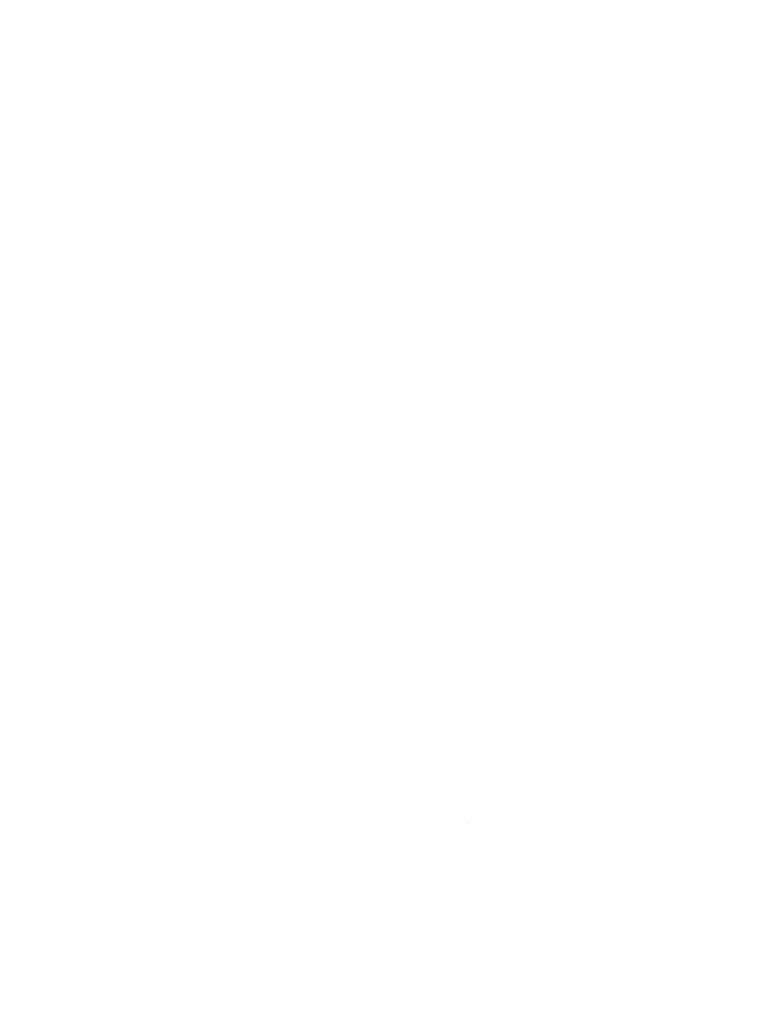
<source format=kicad_pcb>
(kicad_pcb (version 20171130) (host pcbnew "(5.1.4)-1")
  (title_block (title "BOARD NAME:") (comment 1 "PCB DESIGNER:") (comment 2 "DWG NO:") (comment 3 "PART NO.:") (comment 4 "COMPANY NAME:"))
  (layers (0 TOP signal) (1 GND_1 power) (2 SIGNAL_1 signal) (3 POWER_1 power) (4 SIGNAL_2 signal) (5 SIGNAL_3 signal) (6 POWER_2 power) (7 SIGNAL_4 signal) (8 GND_2 power) (31 BOTTOM signal) (34 B.Paste user) (35 F.Paste user) (36 B.SilkS user) (37 F.SilkS user) (38 B.Mask user) (39 F.Mask user) (44 Edge.Cuts user))
  (net 0 "")
  (gr_line (start 231.648 161.544) (end 231.648 161.798) (layer F.SilkS) (width 0.127))
)
</source>
